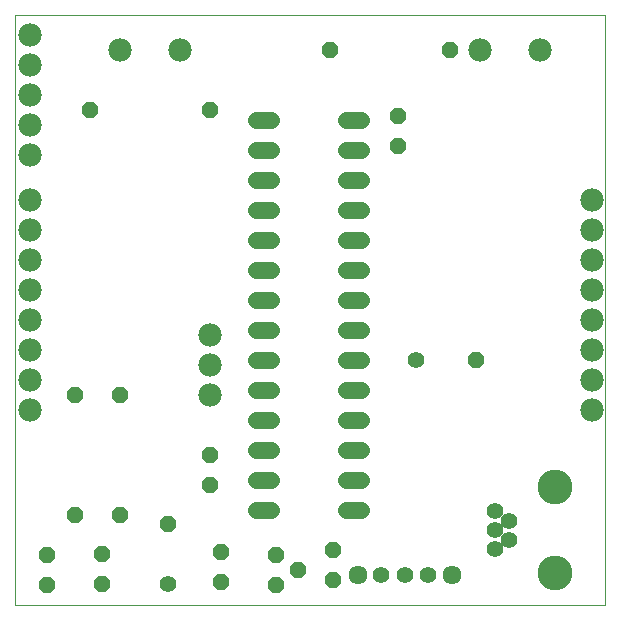
<source format=gbs>
G75*
%MOIN*%
%OFA0B0*%
%FSLAX25Y25*%
%IPPOS*%
%LPD*%
%AMOC8*
5,1,8,0,0,1.08239X$1,22.5*
%
%ADD10C,0.00000*%
%ADD11OC8,0.05600*%
%ADD12C,0.05600*%
%ADD13C,0.05550*%
%ADD14C,0.11620*%
%ADD15C,0.07800*%
%ADD16C,0.05600*%
%ADD17C,0.06337*%
D10*
X0006000Y0007548D02*
X0006000Y0204398D01*
X0202850Y0204398D01*
X0202850Y0007548D01*
X0006000Y0007548D01*
D11*
X0016787Y0014300D03*
X0016787Y0024300D03*
X0026000Y0037548D03*
X0035016Y0024497D03*
X0035016Y0014497D03*
X0041000Y0037548D03*
X0057240Y0034654D03*
X0071000Y0047548D03*
X0071000Y0057548D03*
X0041000Y0077548D03*
X0026000Y0077548D03*
X0074681Y0025265D03*
X0074681Y0015265D03*
X0093047Y0014261D03*
X0100547Y0019261D03*
X0093047Y0024261D03*
X0111965Y0025875D03*
X0111965Y0015875D03*
X0159839Y0089261D03*
X0133835Y0160639D03*
X0133835Y0170639D03*
X0151000Y0192548D03*
X0111000Y0192548D03*
X0071000Y0172548D03*
X0031000Y0172548D03*
D12*
X0139839Y0089261D03*
X0057240Y0014654D03*
D13*
X0128126Y0017548D03*
X0136000Y0017548D03*
X0143874Y0017548D03*
X0165921Y0026249D03*
X0170646Y0029398D03*
X0165921Y0032548D03*
X0170646Y0035698D03*
X0165921Y0038847D03*
D14*
X0186000Y0046918D03*
X0186000Y0018178D03*
D15*
X0198500Y0072548D03*
X0198500Y0082548D03*
X0198500Y0092548D03*
X0198500Y0102548D03*
X0198500Y0112548D03*
X0198500Y0122548D03*
X0198500Y0132548D03*
X0198500Y0142548D03*
X0181000Y0192548D03*
X0161000Y0192548D03*
X0071000Y0097548D03*
X0071000Y0087548D03*
X0071000Y0077548D03*
X0011000Y0072548D03*
X0011000Y0082548D03*
X0011000Y0092548D03*
X0011000Y0102548D03*
X0011000Y0112548D03*
X0011000Y0122548D03*
X0011000Y0132548D03*
X0011000Y0142548D03*
X0011000Y0157548D03*
X0011000Y0167548D03*
X0011000Y0177548D03*
X0011000Y0187548D03*
X0011000Y0197548D03*
X0041000Y0192548D03*
X0061000Y0192548D03*
D16*
X0086294Y0169261D02*
X0091494Y0169261D01*
X0091494Y0159261D02*
X0086294Y0159261D01*
X0086294Y0149261D02*
X0091494Y0149261D01*
X0091494Y0139261D02*
X0086294Y0139261D01*
X0086294Y0129261D02*
X0091494Y0129261D01*
X0091494Y0119261D02*
X0086294Y0119261D01*
X0086294Y0109261D02*
X0091494Y0109261D01*
X0091494Y0099261D02*
X0086294Y0099261D01*
X0086294Y0089261D02*
X0091494Y0089261D01*
X0091494Y0079261D02*
X0086294Y0079261D01*
X0086294Y0069261D02*
X0091494Y0069261D01*
X0091494Y0059261D02*
X0086294Y0059261D01*
X0086294Y0049261D02*
X0091494Y0049261D01*
X0091494Y0039261D02*
X0086294Y0039261D01*
X0116294Y0039261D02*
X0121494Y0039261D01*
X0121494Y0049261D02*
X0116294Y0049261D01*
X0116294Y0059261D02*
X0121494Y0059261D01*
X0121494Y0069261D02*
X0116294Y0069261D01*
X0116294Y0079261D02*
X0121494Y0079261D01*
X0121494Y0089261D02*
X0116294Y0089261D01*
X0116294Y0099261D02*
X0121494Y0099261D01*
X0121494Y0109261D02*
X0116294Y0109261D01*
X0116294Y0119261D02*
X0121494Y0119261D01*
X0121494Y0129261D02*
X0116294Y0129261D01*
X0116294Y0139261D02*
X0121494Y0139261D01*
X0121494Y0149261D02*
X0116294Y0149261D01*
X0116294Y0159261D02*
X0121494Y0159261D01*
X0121494Y0169261D02*
X0116294Y0169261D01*
D17*
X0120252Y0017548D03*
X0151748Y0017548D03*
M02*

</source>
